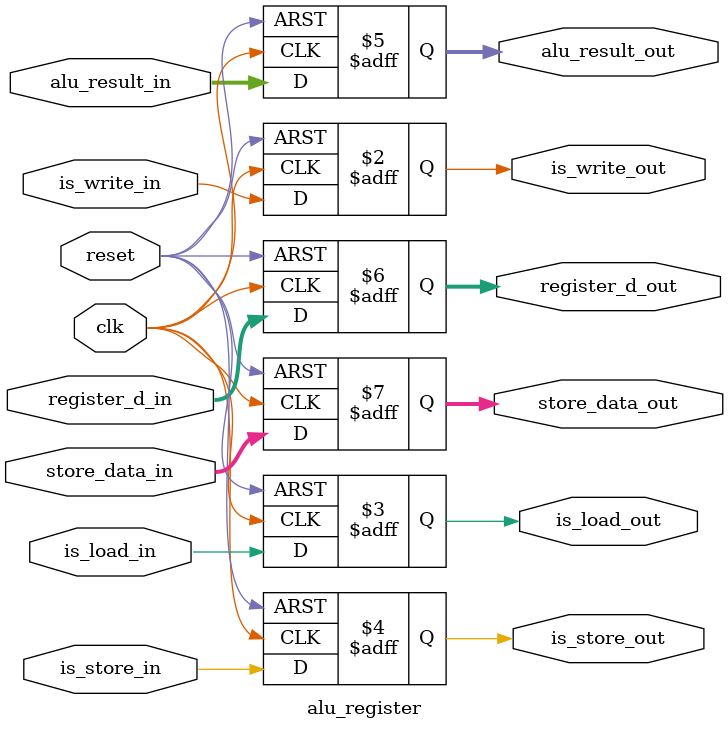
<source format=v>
module alu_register(
    input       clk,
    input       reset,
    
    input wire  is_write_in,
    input wire  is_load_in,
    input wire  is_store_in,
    //input wire  is_branch_in,

    input wire  [31:0] store_data_in,

    input wire  [31:0] alu_result_in,
    input wire  [4:0] register_d_in,

    output reg  is_write_out,
    output reg  is_load_out,
    output reg  is_store_out,
    //output reg  is_branch_out,

    output reg  [31:0] alu_result_out,
    output reg  [4:0] register_d_out,
    output reg  [31:0] store_data_out

);



always @(posedge clk or posedge reset) begin
    if (reset) begin
        is_write_out    <=  1'b0;
        is_load_out     <=  1'b0;
        is_store_out    <=  1'b0;
        //is_branch_out   <=  1'b0;
        alu_result_out  <=  32'b0;
        register_d_out  <=  5'b0;
        store_data_out  <=  32'b0;

    end else begin
        is_write_out    <= is_write_in;
        is_load_out     <= is_load_in;
        is_store_out    <= is_store_in;
        //is_branch_out   <= is_branch_in;
        alu_result_out  <= alu_result_in;
        register_d_out  <= register_d_in;
        store_data_out  <= store_data_in;

    end

end












endmodule
</source>
